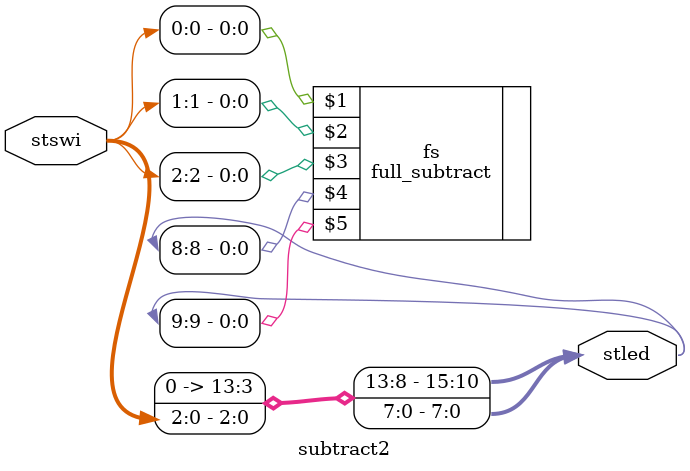
<source format=v>

module subtract2(
  input wire [2:0] stswi,
  output wire [15:0] stled
);

  // -------------------------------------------------------
  // set unused LED's to 'off', assign input switches to led
  // -------------------------------------------------------
  assign {stled[7:3], stled[15:10]} = {12{1'b0}};
  assign stled[0] = stswi[0];
  assign stled[1] = stswi[1];
  assign stled[2] = stswi[2];

  // -------------------------------------------------------
  // create full-substractor with switch inputs to A, B, Bin
  // -------------------------------------------------------
  full_subtract fs(stswi[0], stswi[1], stswi[2], stled[8], stled[9]);
  
endmodule

</source>
